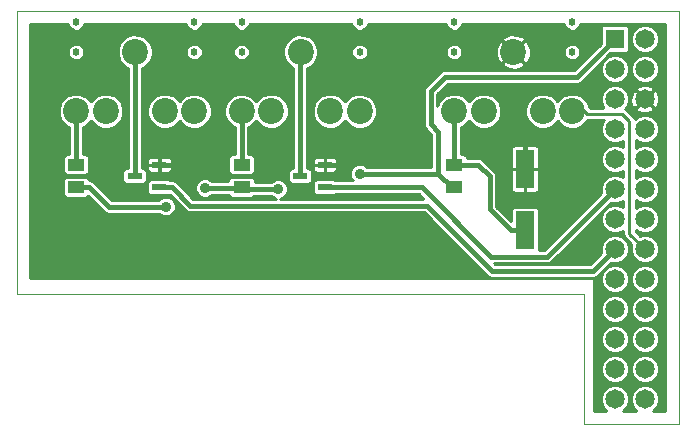
<source format=gtl>
%FSLAX34Y34*%
G04 Gerber Fmt 3.4, Leading zero omitted, Abs format*
G04 (created by PCBNEW (2014-05-22 BZR 4881)-product) date Fri 30 May 2014 08:08:43 PM EDT*
%MOIN*%
G01*
G70*
G90*
G04 APERTURE LIST*
%ADD10C,0.003937*%
%ADD11R,0.064961X0.064961*%
%ADD12C,0.064961*%
%ADD13R,0.064961X0.127953*%
%ADD14C,0.024606*%
%ADD15C,0.086614*%
%ADD16R,0.051181X0.023622*%
%ADD17R,0.057087X0.039370*%
%ADD18C,0.035000*%
%ADD19C,0.015748*%
%ADD20C,0.011024*%
%ADD21C,0.010000*%
G04 APERTURE END LIST*
G54D10*
X58267Y-48818D02*
X39370Y-48818D01*
X58267Y-53149D02*
X58267Y-48818D01*
X61417Y-53149D02*
X58267Y-53149D01*
X61417Y-39370D02*
X61417Y-53149D01*
X39370Y-39370D02*
X39370Y-48818D01*
X39370Y-39370D02*
X61417Y-39370D01*
G54D11*
X59291Y-40314D03*
G54D12*
X60291Y-40314D03*
X59291Y-41314D03*
X60291Y-41314D03*
X59291Y-42314D03*
X60291Y-42314D03*
X59291Y-43314D03*
X60291Y-43314D03*
X59291Y-44314D03*
X60291Y-44314D03*
X59291Y-45314D03*
X60291Y-45314D03*
X59291Y-46314D03*
X60291Y-46314D03*
X59291Y-47314D03*
X60291Y-47314D03*
X59291Y-48314D03*
X60291Y-48314D03*
X59291Y-49314D03*
X60291Y-49314D03*
X59291Y-50314D03*
X60291Y-50314D03*
X59291Y-51314D03*
X60291Y-51314D03*
X59291Y-52314D03*
X60291Y-52314D03*
G54D13*
X56299Y-46692D03*
X56299Y-44645D03*
G54D14*
X50787Y-39763D03*
X50787Y-40748D03*
X46850Y-39763D03*
X46850Y-40748D03*
G54D15*
X48818Y-40748D03*
X46850Y-42716D03*
X50787Y-42716D03*
X47834Y-42716D03*
X49803Y-42716D03*
G54D14*
X57874Y-39763D03*
X57874Y-40748D03*
X53937Y-39763D03*
X53937Y-40748D03*
G54D15*
X55905Y-40748D03*
X53937Y-42716D03*
X57874Y-42716D03*
X54921Y-42716D03*
X56889Y-42716D03*
G54D14*
X45275Y-39763D03*
X45275Y-40748D03*
X41338Y-39763D03*
X41338Y-40748D03*
G54D15*
X43307Y-40748D03*
X41338Y-42716D03*
X45275Y-42716D03*
X42322Y-42716D03*
X44291Y-42716D03*
G54D16*
X49625Y-45255D03*
X49625Y-44507D03*
X48799Y-44881D03*
X44114Y-45255D03*
X44114Y-44507D03*
X43287Y-44881D03*
G54D17*
X46850Y-45255D03*
X46850Y-44507D03*
X53937Y-45255D03*
X53937Y-44507D03*
X41338Y-45255D03*
X41338Y-44507D03*
G54D18*
X56299Y-43543D03*
X50275Y-44370D03*
X44803Y-44409D03*
X44330Y-45905D03*
X45629Y-45275D03*
X50787Y-44803D03*
X48070Y-45314D03*
G54D19*
X53937Y-44507D02*
X53937Y-42716D01*
X55118Y-44881D02*
X54744Y-44507D01*
X54744Y-44507D02*
X53937Y-44507D01*
X55118Y-45994D02*
X55118Y-44881D01*
X56299Y-46692D02*
X55816Y-46692D01*
X55816Y-46692D02*
X55118Y-45994D01*
X56299Y-44645D02*
X56299Y-43543D01*
X50137Y-44507D02*
X50275Y-44370D01*
X49625Y-44507D02*
X50137Y-44507D01*
X44704Y-44507D02*
X44803Y-44409D01*
X44114Y-44507D02*
X44704Y-44507D01*
X53405Y-44812D02*
X53405Y-43405D01*
X58031Y-41574D02*
X59291Y-40314D01*
X53622Y-41574D02*
X58031Y-41574D01*
X53149Y-42047D02*
X53622Y-41574D01*
X53149Y-43149D02*
X53149Y-42047D01*
X53405Y-43405D02*
X53149Y-43149D01*
X53937Y-45255D02*
X53848Y-45255D01*
X53848Y-45255D02*
X53405Y-44812D01*
X42431Y-45905D02*
X44330Y-45905D01*
X41781Y-45255D02*
X42431Y-45905D01*
X41338Y-45255D02*
X41781Y-45255D01*
X46830Y-45275D02*
X46850Y-45255D01*
X45629Y-45275D02*
X46830Y-45275D01*
X50797Y-44812D02*
X50787Y-44803D01*
X53405Y-44812D02*
X50797Y-44812D01*
X46909Y-45314D02*
X46850Y-45255D01*
X48070Y-45314D02*
X46909Y-45314D01*
X49625Y-45255D02*
X52854Y-45255D01*
X58966Y-45639D02*
X59291Y-45314D01*
X57037Y-47568D02*
X58966Y-45639D01*
X55167Y-47568D02*
X57037Y-47568D01*
X52854Y-45255D02*
X55167Y-47568D01*
X44527Y-45255D02*
X45137Y-45866D01*
X44114Y-45255D02*
X44527Y-45255D01*
X58966Y-47639D02*
X59291Y-47314D01*
X58560Y-48045D02*
X58966Y-47639D01*
X55198Y-48045D02*
X58560Y-48045D01*
X53019Y-45866D02*
X55198Y-48045D01*
X45137Y-45866D02*
X53019Y-45866D01*
G54D20*
X59781Y-46805D02*
X59781Y-43060D01*
X59781Y-43060D02*
X59526Y-42805D01*
X58279Y-42716D02*
X57874Y-42716D01*
X59526Y-42805D02*
X58368Y-42805D01*
X58368Y-42805D02*
X58279Y-42716D01*
X60291Y-47314D02*
X59781Y-46805D01*
G54D19*
X41338Y-44153D02*
X41338Y-42716D01*
X41338Y-44507D02*
X41338Y-44153D01*
X46850Y-44507D02*
X46850Y-42716D01*
X43287Y-40767D02*
X43307Y-40748D01*
X43287Y-44881D02*
X43287Y-40767D01*
X48799Y-40767D02*
X48818Y-40748D01*
X48799Y-44881D02*
X48799Y-40767D01*
G54D21*
G36*
X60973Y-52705D02*
X60768Y-52705D01*
X60768Y-42234D01*
X60766Y-42227D01*
X60766Y-41220D01*
X60766Y-40220D01*
X60694Y-40046D01*
X60560Y-39912D01*
X60386Y-39840D01*
X60197Y-39840D01*
X60022Y-39912D01*
X59889Y-40045D01*
X59816Y-40220D01*
X59816Y-40408D01*
X59888Y-40583D01*
X60022Y-40717D01*
X60196Y-40789D01*
X60385Y-40789D01*
X60559Y-40717D01*
X60693Y-40584D01*
X60766Y-40409D01*
X60766Y-40220D01*
X60766Y-41220D01*
X60694Y-41046D01*
X60560Y-40912D01*
X60386Y-40840D01*
X60197Y-40840D01*
X60022Y-40912D01*
X59889Y-41045D01*
X59816Y-41220D01*
X59816Y-41408D01*
X59888Y-41583D01*
X60022Y-41717D01*
X60196Y-41789D01*
X60385Y-41789D01*
X60559Y-41717D01*
X60693Y-41584D01*
X60766Y-41409D01*
X60766Y-41220D01*
X60766Y-42227D01*
X60701Y-42057D01*
X60685Y-42034D01*
X60610Y-42002D01*
X60603Y-42009D01*
X60603Y-41995D01*
X60571Y-41920D01*
X60399Y-41843D01*
X60210Y-41837D01*
X60034Y-41904D01*
X60010Y-41920D01*
X59979Y-41995D01*
X60291Y-42307D01*
X60603Y-41995D01*
X60603Y-42009D01*
X60298Y-42314D01*
X60610Y-42627D01*
X60685Y-42595D01*
X60763Y-42423D01*
X60768Y-42234D01*
X60768Y-52705D01*
X60571Y-52705D01*
X60693Y-52584D01*
X60766Y-52409D01*
X60766Y-52220D01*
X60766Y-51220D01*
X60766Y-50220D01*
X60766Y-49220D01*
X60766Y-48220D01*
X60766Y-47220D01*
X60694Y-47046D01*
X60560Y-46912D01*
X60386Y-46840D01*
X60197Y-46840D01*
X60133Y-46866D01*
X59986Y-46720D01*
X59986Y-46681D01*
X60022Y-46717D01*
X60196Y-46789D01*
X60385Y-46789D01*
X60559Y-46717D01*
X60693Y-46584D01*
X60766Y-46409D01*
X60766Y-46220D01*
X60694Y-46046D01*
X60560Y-45912D01*
X60386Y-45840D01*
X60197Y-45840D01*
X60022Y-45912D01*
X59986Y-45948D01*
X59986Y-45681D01*
X60022Y-45717D01*
X60196Y-45789D01*
X60385Y-45789D01*
X60559Y-45717D01*
X60693Y-45584D01*
X60766Y-45409D01*
X60766Y-45220D01*
X60694Y-45046D01*
X60560Y-44912D01*
X60386Y-44840D01*
X60197Y-44840D01*
X60022Y-44912D01*
X59986Y-44948D01*
X59986Y-44681D01*
X60022Y-44717D01*
X60196Y-44789D01*
X60385Y-44789D01*
X60559Y-44717D01*
X60693Y-44584D01*
X60766Y-44409D01*
X60766Y-44220D01*
X60694Y-44046D01*
X60560Y-43912D01*
X60386Y-43840D01*
X60197Y-43840D01*
X60022Y-43912D01*
X59986Y-43948D01*
X59986Y-43681D01*
X60022Y-43717D01*
X60196Y-43789D01*
X60385Y-43789D01*
X60559Y-43717D01*
X60693Y-43584D01*
X60766Y-43409D01*
X60766Y-43220D01*
X60694Y-43046D01*
X60603Y-42955D01*
X60603Y-42634D01*
X60291Y-42322D01*
X60284Y-42329D01*
X60284Y-42314D01*
X59972Y-42002D01*
X59896Y-42034D01*
X59819Y-42206D01*
X59814Y-42395D01*
X59881Y-42572D01*
X59896Y-42595D01*
X59972Y-42627D01*
X60284Y-42314D01*
X60284Y-42329D01*
X59979Y-42634D01*
X60010Y-42709D01*
X60183Y-42786D01*
X60372Y-42792D01*
X60548Y-42725D01*
X60571Y-42709D01*
X60603Y-42634D01*
X60603Y-42955D01*
X60560Y-42912D01*
X60386Y-42840D01*
X60197Y-42840D01*
X60022Y-42912D01*
X59963Y-42970D01*
X59926Y-42914D01*
X59671Y-42660D01*
X59639Y-42638D01*
X59693Y-42584D01*
X59766Y-42409D01*
X59766Y-42220D01*
X59766Y-41220D01*
X59694Y-41046D01*
X59560Y-40912D01*
X59386Y-40840D01*
X59197Y-40840D01*
X59022Y-40912D01*
X58889Y-41045D01*
X58816Y-41220D01*
X58816Y-41408D01*
X58888Y-41583D01*
X59022Y-41717D01*
X59196Y-41789D01*
X59385Y-41789D01*
X59559Y-41717D01*
X59693Y-41584D01*
X59766Y-41409D01*
X59766Y-41220D01*
X59766Y-42220D01*
X59694Y-42046D01*
X59560Y-41912D01*
X59386Y-41840D01*
X59197Y-41840D01*
X59022Y-41912D01*
X58889Y-42045D01*
X58816Y-42220D01*
X58816Y-42408D01*
X58888Y-42583D01*
X58904Y-42600D01*
X58456Y-42600D01*
X58368Y-42386D01*
X58204Y-42222D01*
X57990Y-42133D01*
X57758Y-42133D01*
X57544Y-42221D01*
X57381Y-42384D01*
X57220Y-42222D01*
X57006Y-42133D01*
X56774Y-42133D01*
X56559Y-42221D01*
X56395Y-42385D01*
X56306Y-42600D01*
X56306Y-42832D01*
X56395Y-43046D01*
X56559Y-43210D01*
X56773Y-43299D01*
X57005Y-43299D01*
X57219Y-43211D01*
X57382Y-43048D01*
X57543Y-43210D01*
X57757Y-43299D01*
X57989Y-43299D01*
X58203Y-43211D01*
X58368Y-43047D01*
X58383Y-43010D01*
X58924Y-43010D01*
X58889Y-43045D01*
X58816Y-43220D01*
X58816Y-43408D01*
X58888Y-43583D01*
X59022Y-43717D01*
X59196Y-43789D01*
X59385Y-43789D01*
X59559Y-43717D01*
X59576Y-43701D01*
X59576Y-43928D01*
X59560Y-43912D01*
X59386Y-43840D01*
X59197Y-43840D01*
X59022Y-43912D01*
X58889Y-44045D01*
X58816Y-44220D01*
X58816Y-44408D01*
X58888Y-44583D01*
X59022Y-44717D01*
X59196Y-44789D01*
X59385Y-44789D01*
X59559Y-44717D01*
X59576Y-44701D01*
X59576Y-44928D01*
X59560Y-44912D01*
X59386Y-44840D01*
X59197Y-44840D01*
X59022Y-44912D01*
X58889Y-45045D01*
X58816Y-45220D01*
X58816Y-45408D01*
X58833Y-45449D01*
X58804Y-45478D01*
X56942Y-47340D01*
X56774Y-47340D01*
X56774Y-47302D01*
X56774Y-46023D01*
X56774Y-45315D01*
X56774Y-44688D01*
X56774Y-44603D01*
X56774Y-43976D01*
X56751Y-43920D01*
X56708Y-43878D01*
X56653Y-43855D01*
X56594Y-43855D01*
X56341Y-43855D01*
X56304Y-43893D01*
X56304Y-44640D01*
X56736Y-44640D01*
X56774Y-44603D01*
X56774Y-44688D01*
X56736Y-44650D01*
X56304Y-44650D01*
X56304Y-45397D01*
X56341Y-45435D01*
X56594Y-45435D01*
X56653Y-45435D01*
X56708Y-45412D01*
X56751Y-45370D01*
X56774Y-45315D01*
X56774Y-46023D01*
X56751Y-45968D01*
X56708Y-45925D01*
X56653Y-45903D01*
X56594Y-45903D01*
X56294Y-45903D01*
X56294Y-45397D01*
X56294Y-44650D01*
X56294Y-44640D01*
X56294Y-43893D01*
X56256Y-43855D01*
X56004Y-43855D01*
X55944Y-43855D01*
X55889Y-43878D01*
X55847Y-43920D01*
X55824Y-43976D01*
X55824Y-44603D01*
X55861Y-44640D01*
X56294Y-44640D01*
X56294Y-44650D01*
X55861Y-44650D01*
X55824Y-44688D01*
X55824Y-45315D01*
X55847Y-45370D01*
X55889Y-45412D01*
X55944Y-45435D01*
X56004Y-45435D01*
X56256Y-45435D01*
X56294Y-45397D01*
X56294Y-45903D01*
X55944Y-45903D01*
X55889Y-45925D01*
X55847Y-45968D01*
X55824Y-46023D01*
X55824Y-46082D01*
X55824Y-46376D01*
X55346Y-45899D01*
X55346Y-44881D01*
X55329Y-44794D01*
X55279Y-44720D01*
X54905Y-44346D01*
X54831Y-44296D01*
X54744Y-44279D01*
X54371Y-44279D01*
X54349Y-44226D01*
X54307Y-44183D01*
X54252Y-44161D01*
X54192Y-44161D01*
X54165Y-44161D01*
X54165Y-43252D01*
X54266Y-43211D01*
X54429Y-43048D01*
X54590Y-43210D01*
X54804Y-43299D01*
X55036Y-43299D01*
X55251Y-43211D01*
X55415Y-43047D01*
X55504Y-42833D01*
X55504Y-42601D01*
X55415Y-42386D01*
X55251Y-42222D01*
X55037Y-42133D01*
X54805Y-42133D01*
X54591Y-42221D01*
X54428Y-42384D01*
X54267Y-42222D01*
X54053Y-42133D01*
X53821Y-42133D01*
X53607Y-42221D01*
X53442Y-42385D01*
X53378Y-42541D01*
X53378Y-42141D01*
X53716Y-41803D01*
X58031Y-41803D01*
X58119Y-41786D01*
X58193Y-41736D01*
X59140Y-40789D01*
X59645Y-40789D01*
X59701Y-40766D01*
X59743Y-40724D01*
X59766Y-40669D01*
X59766Y-40609D01*
X59766Y-39960D01*
X59743Y-39905D01*
X59701Y-39862D01*
X59645Y-39840D01*
X59586Y-39840D01*
X58936Y-39840D01*
X58881Y-39862D01*
X58839Y-39905D01*
X58816Y-39960D01*
X58816Y-40019D01*
X58816Y-40466D01*
X58147Y-41135D01*
X58147Y-40693D01*
X58105Y-40593D01*
X58028Y-40516D01*
X57928Y-40475D01*
X57819Y-40474D01*
X57719Y-40516D01*
X57642Y-40593D01*
X57601Y-40693D01*
X57600Y-40802D01*
X57642Y-40902D01*
X57719Y-40979D01*
X57819Y-41021D01*
X57928Y-41021D01*
X58028Y-40979D01*
X58105Y-40902D01*
X58146Y-40802D01*
X58147Y-40693D01*
X58147Y-41135D01*
X57936Y-41346D01*
X56491Y-41346D01*
X56491Y-40650D01*
X56409Y-40433D01*
X56389Y-40402D01*
X56302Y-40357D01*
X56295Y-40364D01*
X56295Y-40350D01*
X56250Y-40264D01*
X56039Y-40168D01*
X55807Y-40161D01*
X55590Y-40243D01*
X55560Y-40264D01*
X55515Y-40350D01*
X55905Y-40740D01*
X56295Y-40350D01*
X56295Y-40364D01*
X55912Y-40748D01*
X56302Y-41138D01*
X56389Y-41093D01*
X56484Y-40881D01*
X56491Y-40650D01*
X56491Y-41346D01*
X56295Y-41346D01*
X56295Y-41145D01*
X55905Y-40755D01*
X55898Y-40762D01*
X55898Y-40748D01*
X55508Y-40357D01*
X55421Y-40402D01*
X55326Y-40614D01*
X55319Y-40845D01*
X55401Y-41062D01*
X55421Y-41093D01*
X55508Y-41138D01*
X55898Y-40748D01*
X55898Y-40762D01*
X55515Y-41145D01*
X55560Y-41231D01*
X55771Y-41327D01*
X56003Y-41334D01*
X56220Y-41252D01*
X56250Y-41231D01*
X56295Y-41145D01*
X56295Y-41346D01*
X54210Y-41346D01*
X54210Y-40693D01*
X54168Y-40593D01*
X54091Y-40516D01*
X53991Y-40475D01*
X53882Y-40474D01*
X53782Y-40516D01*
X53705Y-40593D01*
X53664Y-40693D01*
X53663Y-40802D01*
X53705Y-40902D01*
X53782Y-40979D01*
X53882Y-41021D01*
X53991Y-41021D01*
X54091Y-40979D01*
X54168Y-40902D01*
X54209Y-40802D01*
X54210Y-40693D01*
X54210Y-41346D01*
X53622Y-41346D01*
X53534Y-41363D01*
X53460Y-41413D01*
X52987Y-41885D01*
X52938Y-41959D01*
X52920Y-42047D01*
X52920Y-43149D01*
X52938Y-43237D01*
X52987Y-43311D01*
X53176Y-43500D01*
X53176Y-44584D01*
X51370Y-44584D01*
X51370Y-42601D01*
X51281Y-42386D01*
X51118Y-42222D01*
X51060Y-42198D01*
X51060Y-40693D01*
X51019Y-40593D01*
X50942Y-40516D01*
X50841Y-40475D01*
X50733Y-40474D01*
X50632Y-40516D01*
X50556Y-40593D01*
X50514Y-40693D01*
X50514Y-40802D01*
X50555Y-40902D01*
X50632Y-40979D01*
X50732Y-41021D01*
X50841Y-41021D01*
X50941Y-40979D01*
X51018Y-40902D01*
X51060Y-40802D01*
X51060Y-40693D01*
X51060Y-42198D01*
X50903Y-42133D01*
X50671Y-42133D01*
X50457Y-42221D01*
X50295Y-42384D01*
X50133Y-42222D01*
X49919Y-42133D01*
X49687Y-42133D01*
X49473Y-42221D01*
X49402Y-42293D01*
X49402Y-40632D01*
X49313Y-40418D01*
X49149Y-40254D01*
X48935Y-40165D01*
X48703Y-40164D01*
X48489Y-40253D01*
X48324Y-40417D01*
X48235Y-40631D01*
X48235Y-40863D01*
X48324Y-41077D01*
X48488Y-41242D01*
X48570Y-41276D01*
X48570Y-44613D01*
X48513Y-44613D01*
X48458Y-44636D01*
X48417Y-44677D01*
X48417Y-42601D01*
X48329Y-42386D01*
X48165Y-42222D01*
X47951Y-42133D01*
X47719Y-42133D01*
X47504Y-42221D01*
X47342Y-42384D01*
X47181Y-42222D01*
X47123Y-42198D01*
X47123Y-40693D01*
X47081Y-40593D01*
X47005Y-40516D01*
X46904Y-40475D01*
X46796Y-40474D01*
X46695Y-40516D01*
X46619Y-40593D01*
X46577Y-40693D01*
X46577Y-40802D01*
X46618Y-40902D01*
X46695Y-40979D01*
X46795Y-41021D01*
X46904Y-41021D01*
X47004Y-40979D01*
X47081Y-40902D01*
X47123Y-40802D01*
X47123Y-40693D01*
X47123Y-42198D01*
X46966Y-42133D01*
X46734Y-42133D01*
X46520Y-42221D01*
X46356Y-42385D01*
X46267Y-42600D01*
X46267Y-42832D01*
X46355Y-43046D01*
X46519Y-43210D01*
X46621Y-43252D01*
X46621Y-44161D01*
X46535Y-44161D01*
X46479Y-44183D01*
X46437Y-44226D01*
X46414Y-44281D01*
X46414Y-44340D01*
X46414Y-44734D01*
X46437Y-44789D01*
X46479Y-44831D01*
X46535Y-44854D01*
X46594Y-44854D01*
X47165Y-44854D01*
X47220Y-44831D01*
X47262Y-44789D01*
X47285Y-44734D01*
X47285Y-44674D01*
X47285Y-44281D01*
X47262Y-44226D01*
X47220Y-44183D01*
X47165Y-44161D01*
X47105Y-44161D01*
X47079Y-44161D01*
X47079Y-43252D01*
X47180Y-43211D01*
X47342Y-43048D01*
X47503Y-43210D01*
X47718Y-43299D01*
X47950Y-43299D01*
X48164Y-43211D01*
X48328Y-43047D01*
X48417Y-42833D01*
X48417Y-42601D01*
X48417Y-44677D01*
X48416Y-44678D01*
X48393Y-44733D01*
X48393Y-44793D01*
X48393Y-45029D01*
X48416Y-45084D01*
X48458Y-45127D01*
X48513Y-45150D01*
X48573Y-45150D01*
X49084Y-45150D01*
X49140Y-45127D01*
X49182Y-45084D01*
X49205Y-45029D01*
X49205Y-44970D01*
X49205Y-44733D01*
X49182Y-44678D01*
X49140Y-44636D01*
X49084Y-44613D01*
X49027Y-44613D01*
X49027Y-41292D01*
X49148Y-41242D01*
X49312Y-41078D01*
X49401Y-40864D01*
X49402Y-40632D01*
X49402Y-42293D01*
X49309Y-42385D01*
X49220Y-42600D01*
X49219Y-42832D01*
X49308Y-43046D01*
X49472Y-43210D01*
X49686Y-43299D01*
X49918Y-43299D01*
X50133Y-43211D01*
X50295Y-43048D01*
X50456Y-43210D01*
X50670Y-43299D01*
X50902Y-43299D01*
X51117Y-43211D01*
X51281Y-43047D01*
X51370Y-42833D01*
X51370Y-42601D01*
X51370Y-44584D01*
X51028Y-44584D01*
X50971Y-44527D01*
X50852Y-44478D01*
X50723Y-44478D01*
X50603Y-44527D01*
X50512Y-44618D01*
X50462Y-44738D01*
X50462Y-44867D01*
X50511Y-44987D01*
X50551Y-45027D01*
X50031Y-45027D01*
X50031Y-44655D01*
X50031Y-44596D01*
X50031Y-44550D01*
X50031Y-44465D01*
X50031Y-44419D01*
X50031Y-44359D01*
X50009Y-44304D01*
X49966Y-44262D01*
X49911Y-44239D01*
X49668Y-44239D01*
X49630Y-44277D01*
X49630Y-44502D01*
X49994Y-44502D01*
X50031Y-44465D01*
X50031Y-44550D01*
X49994Y-44512D01*
X49630Y-44512D01*
X49630Y-44738D01*
X49668Y-44775D01*
X49911Y-44775D01*
X49966Y-44753D01*
X50009Y-44710D01*
X50031Y-44655D01*
X50031Y-45027D01*
X49983Y-45027D01*
X49966Y-45010D01*
X49911Y-44987D01*
X49852Y-44987D01*
X49620Y-44987D01*
X49620Y-44738D01*
X49620Y-44512D01*
X49620Y-44502D01*
X49620Y-44277D01*
X49583Y-44239D01*
X49340Y-44239D01*
X49285Y-44262D01*
X49242Y-44304D01*
X49220Y-44359D01*
X49220Y-44419D01*
X49220Y-44465D01*
X49257Y-44502D01*
X49620Y-44502D01*
X49620Y-44512D01*
X49257Y-44512D01*
X49220Y-44550D01*
X49220Y-44596D01*
X49220Y-44655D01*
X49242Y-44710D01*
X49285Y-44753D01*
X49340Y-44775D01*
X49583Y-44775D01*
X49620Y-44738D01*
X49620Y-44987D01*
X49340Y-44987D01*
X49285Y-45010D01*
X49242Y-45052D01*
X49220Y-45107D01*
X49220Y-45167D01*
X49220Y-45403D01*
X49242Y-45458D01*
X49285Y-45501D01*
X49340Y-45524D01*
X49399Y-45524D01*
X49911Y-45524D01*
X49966Y-45501D01*
X49983Y-45484D01*
X52759Y-45484D01*
X52912Y-45637D01*
X48141Y-45637D01*
X48254Y-45590D01*
X48346Y-45499D01*
X48395Y-45379D01*
X48395Y-45250D01*
X48346Y-45131D01*
X48255Y-45039D01*
X48135Y-44990D01*
X48006Y-44989D01*
X47887Y-45039D01*
X47839Y-45086D01*
X47285Y-45086D01*
X47285Y-45029D01*
X47262Y-44974D01*
X47220Y-44931D01*
X47165Y-44909D01*
X47105Y-44909D01*
X46535Y-44909D01*
X46479Y-44931D01*
X46437Y-44974D01*
X46414Y-45029D01*
X46414Y-45046D01*
X45860Y-45046D01*
X45858Y-45044D01*
X45858Y-42601D01*
X45770Y-42386D01*
X45606Y-42222D01*
X45548Y-42198D01*
X45548Y-40693D01*
X45507Y-40593D01*
X45430Y-40516D01*
X45330Y-40475D01*
X45221Y-40474D01*
X45121Y-40516D01*
X45044Y-40593D01*
X45002Y-40693D01*
X45002Y-40802D01*
X45043Y-40902D01*
X45120Y-40979D01*
X45221Y-41021D01*
X45329Y-41021D01*
X45430Y-40979D01*
X45506Y-40902D01*
X45548Y-40802D01*
X45548Y-40693D01*
X45548Y-42198D01*
X45392Y-42133D01*
X45160Y-42133D01*
X44945Y-42221D01*
X44783Y-42384D01*
X44622Y-42222D01*
X44407Y-42133D01*
X44175Y-42133D01*
X43961Y-42221D01*
X43890Y-42293D01*
X43890Y-40632D01*
X43801Y-40418D01*
X43637Y-40254D01*
X43423Y-40165D01*
X43191Y-40164D01*
X42977Y-40253D01*
X42813Y-40417D01*
X42724Y-40631D01*
X42723Y-40863D01*
X42812Y-41077D01*
X42976Y-41242D01*
X43058Y-41276D01*
X43058Y-44613D01*
X43001Y-44613D01*
X42946Y-44636D01*
X42906Y-44677D01*
X42906Y-42601D01*
X42817Y-42386D01*
X42653Y-42222D01*
X42439Y-42133D01*
X42207Y-42133D01*
X41992Y-42221D01*
X41830Y-42384D01*
X41669Y-42222D01*
X41611Y-42198D01*
X41611Y-40693D01*
X41570Y-40593D01*
X41493Y-40516D01*
X41393Y-40475D01*
X41284Y-40474D01*
X41184Y-40516D01*
X41107Y-40593D01*
X41065Y-40693D01*
X41065Y-40802D01*
X41106Y-40902D01*
X41183Y-40979D01*
X41284Y-41021D01*
X41392Y-41021D01*
X41493Y-40979D01*
X41569Y-40902D01*
X41611Y-40802D01*
X41611Y-40693D01*
X41611Y-42198D01*
X41455Y-42133D01*
X41223Y-42133D01*
X41008Y-42221D01*
X40844Y-42385D01*
X40755Y-42600D01*
X40755Y-42832D01*
X40843Y-43046D01*
X41007Y-43210D01*
X41109Y-43252D01*
X41109Y-44153D01*
X41109Y-44161D01*
X41023Y-44161D01*
X40968Y-44183D01*
X40925Y-44226D01*
X40903Y-44281D01*
X40903Y-44340D01*
X40903Y-44734D01*
X40925Y-44789D01*
X40968Y-44831D01*
X41023Y-44854D01*
X41082Y-44854D01*
X41653Y-44854D01*
X41708Y-44831D01*
X41751Y-44789D01*
X41774Y-44734D01*
X41774Y-44674D01*
X41774Y-44281D01*
X41751Y-44226D01*
X41708Y-44183D01*
X41653Y-44161D01*
X41594Y-44161D01*
X41567Y-44161D01*
X41567Y-44153D01*
X41567Y-43252D01*
X41668Y-43211D01*
X41830Y-43048D01*
X41992Y-43210D01*
X42206Y-43299D01*
X42438Y-43299D01*
X42652Y-43211D01*
X42816Y-43047D01*
X42905Y-42833D01*
X42906Y-42601D01*
X42906Y-44677D01*
X42904Y-44678D01*
X42881Y-44733D01*
X42881Y-44793D01*
X42881Y-45029D01*
X42904Y-45084D01*
X42946Y-45127D01*
X43001Y-45150D01*
X43061Y-45150D01*
X43573Y-45150D01*
X43628Y-45127D01*
X43670Y-45084D01*
X43693Y-45029D01*
X43693Y-44970D01*
X43693Y-44733D01*
X43670Y-44678D01*
X43628Y-44636D01*
X43573Y-44613D01*
X43516Y-44613D01*
X43516Y-41292D01*
X43636Y-41242D01*
X43801Y-41078D01*
X43890Y-40864D01*
X43890Y-40632D01*
X43890Y-42293D01*
X43797Y-42385D01*
X43708Y-42600D01*
X43708Y-42832D01*
X43796Y-43046D01*
X43960Y-43210D01*
X44174Y-43299D01*
X44406Y-43299D01*
X44621Y-43211D01*
X44783Y-43048D01*
X44944Y-43210D01*
X45159Y-43299D01*
X45391Y-43299D01*
X45605Y-43211D01*
X45769Y-43047D01*
X45858Y-42833D01*
X45858Y-42601D01*
X45858Y-45044D01*
X45814Y-45000D01*
X45694Y-44950D01*
X45565Y-44950D01*
X45446Y-44999D01*
X45354Y-45091D01*
X45304Y-45210D01*
X45304Y-45339D01*
X45354Y-45459D01*
X45445Y-45550D01*
X45564Y-45600D01*
X45694Y-45600D01*
X45813Y-45551D01*
X45860Y-45504D01*
X46423Y-45504D01*
X46437Y-45537D01*
X46479Y-45579D01*
X46535Y-45602D01*
X46594Y-45602D01*
X47165Y-45602D01*
X47220Y-45579D01*
X47257Y-45543D01*
X47839Y-45543D01*
X47886Y-45590D01*
X47999Y-45637D01*
X45232Y-45637D01*
X44689Y-45094D01*
X44615Y-45044D01*
X44527Y-45027D01*
X44520Y-45027D01*
X44520Y-44655D01*
X44520Y-44596D01*
X44520Y-44550D01*
X44520Y-44465D01*
X44520Y-44419D01*
X44520Y-44359D01*
X44497Y-44304D01*
X44455Y-44262D01*
X44399Y-44239D01*
X44156Y-44239D01*
X44119Y-44277D01*
X44119Y-44502D01*
X44482Y-44502D01*
X44520Y-44465D01*
X44520Y-44550D01*
X44482Y-44512D01*
X44119Y-44512D01*
X44119Y-44738D01*
X44156Y-44775D01*
X44399Y-44775D01*
X44455Y-44753D01*
X44497Y-44710D01*
X44520Y-44655D01*
X44520Y-45027D01*
X44471Y-45027D01*
X44455Y-45010D01*
X44399Y-44987D01*
X44340Y-44987D01*
X44109Y-44987D01*
X44109Y-44738D01*
X44109Y-44512D01*
X44109Y-44502D01*
X44109Y-44277D01*
X44071Y-44239D01*
X43828Y-44239D01*
X43773Y-44262D01*
X43731Y-44304D01*
X43708Y-44359D01*
X43708Y-44419D01*
X43708Y-44465D01*
X43745Y-44502D01*
X44109Y-44502D01*
X44109Y-44512D01*
X43745Y-44512D01*
X43708Y-44550D01*
X43708Y-44596D01*
X43708Y-44655D01*
X43731Y-44710D01*
X43773Y-44753D01*
X43828Y-44775D01*
X44071Y-44775D01*
X44109Y-44738D01*
X44109Y-44987D01*
X43828Y-44987D01*
X43773Y-45010D01*
X43731Y-45052D01*
X43708Y-45107D01*
X43708Y-45167D01*
X43708Y-45403D01*
X43731Y-45458D01*
X43773Y-45501D01*
X43828Y-45524D01*
X43888Y-45524D01*
X44399Y-45524D01*
X44451Y-45502D01*
X44976Y-46027D01*
X45050Y-46077D01*
X45137Y-46094D01*
X52924Y-46094D01*
X55036Y-48207D01*
X55111Y-48256D01*
X55198Y-48274D01*
X58560Y-48274D01*
X58648Y-48256D01*
X58722Y-48207D01*
X59128Y-47801D01*
X59156Y-47773D01*
X59196Y-47789D01*
X59385Y-47789D01*
X59559Y-47717D01*
X59693Y-47584D01*
X59766Y-47409D01*
X59766Y-47220D01*
X59694Y-47046D01*
X59560Y-46912D01*
X59386Y-46840D01*
X59197Y-46840D01*
X59022Y-46912D01*
X58889Y-47045D01*
X58816Y-47220D01*
X58816Y-47408D01*
X58833Y-47449D01*
X58804Y-47478D01*
X58465Y-47816D01*
X55293Y-47816D01*
X55274Y-47797D01*
X57037Y-47797D01*
X57124Y-47780D01*
X57199Y-47730D01*
X59128Y-45801D01*
X59156Y-45773D01*
X59196Y-45789D01*
X59385Y-45789D01*
X59559Y-45717D01*
X59576Y-45701D01*
X59576Y-45928D01*
X59560Y-45912D01*
X59386Y-45840D01*
X59197Y-45840D01*
X59022Y-45912D01*
X58889Y-46045D01*
X58816Y-46220D01*
X58816Y-46408D01*
X58888Y-46583D01*
X59022Y-46717D01*
X59196Y-46789D01*
X59385Y-46789D01*
X59559Y-46717D01*
X59576Y-46701D01*
X59576Y-46805D01*
X59576Y-46805D01*
X59591Y-46883D01*
X59636Y-46950D01*
X59842Y-47156D01*
X59816Y-47220D01*
X59816Y-47408D01*
X59888Y-47583D01*
X60022Y-47717D01*
X60196Y-47789D01*
X60385Y-47789D01*
X60559Y-47717D01*
X60693Y-47584D01*
X60766Y-47409D01*
X60766Y-47220D01*
X60766Y-48220D01*
X60694Y-48046D01*
X60560Y-47912D01*
X60386Y-47840D01*
X60197Y-47840D01*
X60022Y-47912D01*
X59889Y-48045D01*
X59816Y-48220D01*
X59816Y-48408D01*
X59888Y-48583D01*
X60022Y-48717D01*
X60196Y-48789D01*
X60385Y-48789D01*
X60559Y-48717D01*
X60693Y-48584D01*
X60766Y-48409D01*
X60766Y-48220D01*
X60766Y-49220D01*
X60694Y-49046D01*
X60560Y-48912D01*
X60386Y-48840D01*
X60197Y-48840D01*
X60022Y-48912D01*
X59889Y-49045D01*
X59816Y-49220D01*
X59816Y-49408D01*
X59888Y-49583D01*
X60022Y-49717D01*
X60196Y-49789D01*
X60385Y-49789D01*
X60559Y-49717D01*
X60693Y-49584D01*
X60766Y-49409D01*
X60766Y-49220D01*
X60766Y-50220D01*
X60694Y-50046D01*
X60560Y-49912D01*
X60386Y-49840D01*
X60197Y-49840D01*
X60022Y-49912D01*
X59889Y-50045D01*
X59816Y-50220D01*
X59816Y-50408D01*
X59888Y-50583D01*
X60022Y-50717D01*
X60196Y-50789D01*
X60385Y-50789D01*
X60559Y-50717D01*
X60693Y-50584D01*
X60766Y-50409D01*
X60766Y-50220D01*
X60766Y-51220D01*
X60694Y-51046D01*
X60560Y-50912D01*
X60386Y-50840D01*
X60197Y-50840D01*
X60022Y-50912D01*
X59889Y-51045D01*
X59816Y-51220D01*
X59816Y-51408D01*
X59888Y-51583D01*
X60022Y-51717D01*
X60196Y-51789D01*
X60385Y-51789D01*
X60559Y-51717D01*
X60693Y-51584D01*
X60766Y-51409D01*
X60766Y-51220D01*
X60766Y-52220D01*
X60694Y-52046D01*
X60560Y-51912D01*
X60386Y-51840D01*
X60197Y-51840D01*
X60022Y-51912D01*
X59889Y-52045D01*
X59816Y-52220D01*
X59816Y-52408D01*
X59888Y-52583D01*
X60010Y-52705D01*
X59571Y-52705D01*
X59693Y-52584D01*
X59766Y-52409D01*
X59766Y-52220D01*
X59766Y-51220D01*
X59766Y-50220D01*
X59766Y-49220D01*
X59766Y-48220D01*
X59694Y-48046D01*
X59560Y-47912D01*
X59386Y-47840D01*
X59197Y-47840D01*
X59022Y-47912D01*
X58889Y-48045D01*
X58816Y-48220D01*
X58816Y-48408D01*
X58888Y-48583D01*
X59022Y-48717D01*
X59196Y-48789D01*
X59385Y-48789D01*
X59559Y-48717D01*
X59693Y-48584D01*
X59766Y-48409D01*
X59766Y-48220D01*
X59766Y-49220D01*
X59694Y-49046D01*
X59560Y-48912D01*
X59386Y-48840D01*
X59197Y-48840D01*
X59022Y-48912D01*
X58889Y-49045D01*
X58816Y-49220D01*
X58816Y-49408D01*
X58888Y-49583D01*
X59022Y-49717D01*
X59196Y-49789D01*
X59385Y-49789D01*
X59559Y-49717D01*
X59693Y-49584D01*
X59766Y-49409D01*
X59766Y-49220D01*
X59766Y-50220D01*
X59694Y-50046D01*
X59560Y-49912D01*
X59386Y-49840D01*
X59197Y-49840D01*
X59022Y-49912D01*
X58889Y-50045D01*
X58816Y-50220D01*
X58816Y-50408D01*
X58888Y-50583D01*
X59022Y-50717D01*
X59196Y-50789D01*
X59385Y-50789D01*
X59559Y-50717D01*
X59693Y-50584D01*
X59766Y-50409D01*
X59766Y-50220D01*
X59766Y-51220D01*
X59694Y-51046D01*
X59560Y-50912D01*
X59386Y-50840D01*
X59197Y-50840D01*
X59022Y-50912D01*
X58889Y-51045D01*
X58816Y-51220D01*
X58816Y-51408D01*
X58888Y-51583D01*
X59022Y-51717D01*
X59196Y-51789D01*
X59385Y-51789D01*
X59559Y-51717D01*
X59693Y-51584D01*
X59766Y-51409D01*
X59766Y-51220D01*
X59766Y-52220D01*
X59694Y-52046D01*
X59560Y-51912D01*
X59386Y-51840D01*
X59197Y-51840D01*
X59022Y-51912D01*
X58889Y-52045D01*
X58816Y-52220D01*
X58816Y-52408D01*
X58888Y-52583D01*
X59010Y-52705D01*
X58593Y-52705D01*
X58593Y-48296D01*
X44655Y-48296D01*
X44655Y-45841D01*
X44606Y-45721D01*
X44515Y-45630D01*
X44395Y-45580D01*
X44266Y-45580D01*
X44146Y-45629D01*
X44099Y-45676D01*
X42525Y-45676D01*
X41943Y-45094D01*
X41869Y-45044D01*
X41781Y-45027D01*
X41773Y-45027D01*
X41751Y-44974D01*
X41708Y-44931D01*
X41653Y-44909D01*
X41594Y-44909D01*
X41023Y-44909D01*
X40968Y-44931D01*
X40925Y-44974D01*
X40903Y-45029D01*
X40903Y-45088D01*
X40903Y-45482D01*
X40925Y-45537D01*
X40968Y-45579D01*
X41023Y-45602D01*
X41082Y-45602D01*
X41653Y-45602D01*
X41708Y-45579D01*
X41745Y-45543D01*
X42269Y-46067D01*
X42343Y-46116D01*
X42431Y-46134D01*
X44099Y-46134D01*
X44146Y-46180D01*
X44265Y-46230D01*
X44395Y-46230D01*
X44514Y-46181D01*
X44606Y-46089D01*
X44655Y-45970D01*
X44655Y-45841D01*
X44655Y-48296D01*
X39813Y-48296D01*
X39813Y-39813D01*
X41065Y-39813D01*
X41065Y-39817D01*
X41106Y-39918D01*
X41183Y-39995D01*
X41284Y-40036D01*
X41392Y-40036D01*
X41493Y-39995D01*
X41569Y-39918D01*
X41611Y-39818D01*
X41611Y-39813D01*
X45002Y-39813D01*
X45002Y-39817D01*
X45043Y-39918D01*
X45120Y-39995D01*
X45221Y-40036D01*
X45329Y-40036D01*
X45430Y-39995D01*
X45506Y-39918D01*
X45548Y-39818D01*
X45548Y-39813D01*
X46577Y-39813D01*
X46577Y-39817D01*
X46618Y-39918D01*
X46695Y-39995D01*
X46795Y-40036D01*
X46904Y-40036D01*
X47004Y-39995D01*
X47081Y-39918D01*
X47123Y-39818D01*
X47123Y-39813D01*
X50514Y-39813D01*
X50514Y-39817D01*
X50555Y-39918D01*
X50632Y-39995D01*
X50732Y-40036D01*
X50841Y-40036D01*
X50941Y-39995D01*
X51018Y-39918D01*
X51060Y-39818D01*
X51060Y-39813D01*
X53663Y-39813D01*
X53663Y-39817D01*
X53705Y-39918D01*
X53782Y-39995D01*
X53882Y-40036D01*
X53991Y-40036D01*
X54091Y-39995D01*
X54168Y-39918D01*
X54209Y-39818D01*
X54209Y-39813D01*
X57600Y-39813D01*
X57600Y-39817D01*
X57642Y-39918D01*
X57719Y-39995D01*
X57819Y-40036D01*
X57928Y-40036D01*
X58028Y-39995D01*
X58105Y-39918D01*
X58146Y-39818D01*
X58147Y-39813D01*
X60973Y-39813D01*
X60973Y-52705D01*
X60973Y-52705D01*
G37*
X60973Y-52705D02*
X60768Y-52705D01*
X60768Y-42234D01*
X60766Y-42227D01*
X60766Y-41220D01*
X60766Y-40220D01*
X60694Y-40046D01*
X60560Y-39912D01*
X60386Y-39840D01*
X60197Y-39840D01*
X60022Y-39912D01*
X59889Y-40045D01*
X59816Y-40220D01*
X59816Y-40408D01*
X59888Y-40583D01*
X60022Y-40717D01*
X60196Y-40789D01*
X60385Y-40789D01*
X60559Y-40717D01*
X60693Y-40584D01*
X60766Y-40409D01*
X60766Y-40220D01*
X60766Y-41220D01*
X60694Y-41046D01*
X60560Y-40912D01*
X60386Y-40840D01*
X60197Y-40840D01*
X60022Y-40912D01*
X59889Y-41045D01*
X59816Y-41220D01*
X59816Y-41408D01*
X59888Y-41583D01*
X60022Y-41717D01*
X60196Y-41789D01*
X60385Y-41789D01*
X60559Y-41717D01*
X60693Y-41584D01*
X60766Y-41409D01*
X60766Y-41220D01*
X60766Y-42227D01*
X60701Y-42057D01*
X60685Y-42034D01*
X60610Y-42002D01*
X60603Y-42009D01*
X60603Y-41995D01*
X60571Y-41920D01*
X60399Y-41843D01*
X60210Y-41837D01*
X60034Y-41904D01*
X60010Y-41920D01*
X59979Y-41995D01*
X60291Y-42307D01*
X60603Y-41995D01*
X60603Y-42009D01*
X60298Y-42314D01*
X60610Y-42627D01*
X60685Y-42595D01*
X60763Y-42423D01*
X60768Y-42234D01*
X60768Y-52705D01*
X60571Y-52705D01*
X60693Y-52584D01*
X60766Y-52409D01*
X60766Y-52220D01*
X60766Y-51220D01*
X60766Y-50220D01*
X60766Y-49220D01*
X60766Y-48220D01*
X60766Y-47220D01*
X60694Y-47046D01*
X60560Y-46912D01*
X60386Y-46840D01*
X60197Y-46840D01*
X60133Y-46866D01*
X59986Y-46720D01*
X59986Y-46681D01*
X60022Y-46717D01*
X60196Y-46789D01*
X60385Y-46789D01*
X60559Y-46717D01*
X60693Y-46584D01*
X60766Y-46409D01*
X60766Y-46220D01*
X60694Y-46046D01*
X60560Y-45912D01*
X60386Y-45840D01*
X60197Y-45840D01*
X60022Y-45912D01*
X59986Y-45948D01*
X59986Y-45681D01*
X60022Y-45717D01*
X60196Y-45789D01*
X60385Y-45789D01*
X60559Y-45717D01*
X60693Y-45584D01*
X60766Y-45409D01*
X60766Y-45220D01*
X60694Y-45046D01*
X60560Y-44912D01*
X60386Y-44840D01*
X60197Y-44840D01*
X60022Y-44912D01*
X59986Y-44948D01*
X59986Y-44681D01*
X60022Y-44717D01*
X60196Y-44789D01*
X60385Y-44789D01*
X60559Y-44717D01*
X60693Y-44584D01*
X60766Y-44409D01*
X60766Y-44220D01*
X60694Y-44046D01*
X60560Y-43912D01*
X60386Y-43840D01*
X60197Y-43840D01*
X60022Y-43912D01*
X59986Y-43948D01*
X59986Y-43681D01*
X60022Y-43717D01*
X60196Y-43789D01*
X60385Y-43789D01*
X60559Y-43717D01*
X60693Y-43584D01*
X60766Y-43409D01*
X60766Y-43220D01*
X60694Y-43046D01*
X60603Y-42955D01*
X60603Y-42634D01*
X60291Y-42322D01*
X60284Y-42329D01*
X60284Y-42314D01*
X59972Y-42002D01*
X59896Y-42034D01*
X59819Y-42206D01*
X59814Y-42395D01*
X59881Y-42572D01*
X59896Y-42595D01*
X59972Y-42627D01*
X60284Y-42314D01*
X60284Y-42329D01*
X59979Y-42634D01*
X60010Y-42709D01*
X60183Y-42786D01*
X60372Y-42792D01*
X60548Y-42725D01*
X60571Y-42709D01*
X60603Y-42634D01*
X60603Y-42955D01*
X60560Y-42912D01*
X60386Y-42840D01*
X60197Y-42840D01*
X60022Y-42912D01*
X59963Y-42970D01*
X59926Y-42914D01*
X59671Y-42660D01*
X59639Y-42638D01*
X59693Y-42584D01*
X59766Y-42409D01*
X59766Y-42220D01*
X59766Y-41220D01*
X59694Y-41046D01*
X59560Y-40912D01*
X59386Y-40840D01*
X59197Y-40840D01*
X59022Y-40912D01*
X58889Y-41045D01*
X58816Y-41220D01*
X58816Y-41408D01*
X58888Y-41583D01*
X59022Y-41717D01*
X59196Y-41789D01*
X59385Y-41789D01*
X59559Y-41717D01*
X59693Y-41584D01*
X59766Y-41409D01*
X59766Y-41220D01*
X59766Y-42220D01*
X59694Y-42046D01*
X59560Y-41912D01*
X59386Y-41840D01*
X59197Y-41840D01*
X59022Y-41912D01*
X58889Y-42045D01*
X58816Y-42220D01*
X58816Y-42408D01*
X58888Y-42583D01*
X58904Y-42600D01*
X58456Y-42600D01*
X58368Y-42386D01*
X58204Y-42222D01*
X57990Y-42133D01*
X57758Y-42133D01*
X57544Y-42221D01*
X57381Y-42384D01*
X57220Y-42222D01*
X57006Y-42133D01*
X56774Y-42133D01*
X56559Y-42221D01*
X56395Y-42385D01*
X56306Y-42600D01*
X56306Y-42832D01*
X56395Y-43046D01*
X56559Y-43210D01*
X56773Y-43299D01*
X57005Y-43299D01*
X57219Y-43211D01*
X57382Y-43048D01*
X57543Y-43210D01*
X57757Y-43299D01*
X57989Y-43299D01*
X58203Y-43211D01*
X58368Y-43047D01*
X58383Y-43010D01*
X58924Y-43010D01*
X58889Y-43045D01*
X58816Y-43220D01*
X58816Y-43408D01*
X58888Y-43583D01*
X59022Y-43717D01*
X59196Y-43789D01*
X59385Y-43789D01*
X59559Y-43717D01*
X59576Y-43701D01*
X59576Y-43928D01*
X59560Y-43912D01*
X59386Y-43840D01*
X59197Y-43840D01*
X59022Y-43912D01*
X58889Y-44045D01*
X58816Y-44220D01*
X58816Y-44408D01*
X58888Y-44583D01*
X59022Y-44717D01*
X59196Y-44789D01*
X59385Y-44789D01*
X59559Y-44717D01*
X59576Y-44701D01*
X59576Y-44928D01*
X59560Y-44912D01*
X59386Y-44840D01*
X59197Y-44840D01*
X59022Y-44912D01*
X58889Y-45045D01*
X58816Y-45220D01*
X58816Y-45408D01*
X58833Y-45449D01*
X58804Y-45478D01*
X56942Y-47340D01*
X56774Y-47340D01*
X56774Y-47302D01*
X56774Y-46023D01*
X56774Y-45315D01*
X56774Y-44688D01*
X56774Y-44603D01*
X56774Y-43976D01*
X56751Y-43920D01*
X56708Y-43878D01*
X56653Y-43855D01*
X56594Y-43855D01*
X56341Y-43855D01*
X56304Y-43893D01*
X56304Y-44640D01*
X56736Y-44640D01*
X56774Y-44603D01*
X56774Y-44688D01*
X56736Y-44650D01*
X56304Y-44650D01*
X56304Y-45397D01*
X56341Y-45435D01*
X56594Y-45435D01*
X56653Y-45435D01*
X56708Y-45412D01*
X56751Y-45370D01*
X56774Y-45315D01*
X56774Y-46023D01*
X56751Y-45968D01*
X56708Y-45925D01*
X56653Y-45903D01*
X56594Y-45903D01*
X56294Y-45903D01*
X56294Y-45397D01*
X56294Y-44650D01*
X56294Y-44640D01*
X56294Y-43893D01*
X56256Y-43855D01*
X56004Y-43855D01*
X55944Y-43855D01*
X55889Y-43878D01*
X55847Y-43920D01*
X55824Y-43976D01*
X55824Y-44603D01*
X55861Y-44640D01*
X56294Y-44640D01*
X56294Y-44650D01*
X55861Y-44650D01*
X55824Y-44688D01*
X55824Y-45315D01*
X55847Y-45370D01*
X55889Y-45412D01*
X55944Y-45435D01*
X56004Y-45435D01*
X56256Y-45435D01*
X56294Y-45397D01*
X56294Y-45903D01*
X55944Y-45903D01*
X55889Y-45925D01*
X55847Y-45968D01*
X55824Y-46023D01*
X55824Y-46082D01*
X55824Y-46376D01*
X55346Y-45899D01*
X55346Y-44881D01*
X55329Y-44794D01*
X55279Y-44720D01*
X54905Y-44346D01*
X54831Y-44296D01*
X54744Y-44279D01*
X54371Y-44279D01*
X54349Y-44226D01*
X54307Y-44183D01*
X54252Y-44161D01*
X54192Y-44161D01*
X54165Y-44161D01*
X54165Y-43252D01*
X54266Y-43211D01*
X54429Y-43048D01*
X54590Y-43210D01*
X54804Y-43299D01*
X55036Y-43299D01*
X55251Y-43211D01*
X55415Y-43047D01*
X55504Y-42833D01*
X55504Y-42601D01*
X55415Y-42386D01*
X55251Y-42222D01*
X55037Y-42133D01*
X54805Y-42133D01*
X54591Y-42221D01*
X54428Y-42384D01*
X54267Y-42222D01*
X54053Y-42133D01*
X53821Y-42133D01*
X53607Y-42221D01*
X53442Y-42385D01*
X53378Y-42541D01*
X53378Y-42141D01*
X53716Y-41803D01*
X58031Y-41803D01*
X58119Y-41786D01*
X58193Y-41736D01*
X59140Y-40789D01*
X59645Y-40789D01*
X59701Y-40766D01*
X59743Y-40724D01*
X59766Y-40669D01*
X59766Y-40609D01*
X59766Y-39960D01*
X59743Y-39905D01*
X59701Y-39862D01*
X59645Y-39840D01*
X59586Y-39840D01*
X58936Y-39840D01*
X58881Y-39862D01*
X58839Y-39905D01*
X58816Y-39960D01*
X58816Y-40019D01*
X58816Y-40466D01*
X58147Y-41135D01*
X58147Y-40693D01*
X58105Y-40593D01*
X58028Y-40516D01*
X57928Y-40475D01*
X57819Y-40474D01*
X57719Y-40516D01*
X57642Y-40593D01*
X57601Y-40693D01*
X57600Y-40802D01*
X57642Y-40902D01*
X57719Y-40979D01*
X57819Y-41021D01*
X57928Y-41021D01*
X58028Y-40979D01*
X58105Y-40902D01*
X58146Y-40802D01*
X58147Y-40693D01*
X58147Y-41135D01*
X57936Y-41346D01*
X56491Y-41346D01*
X56491Y-40650D01*
X56409Y-40433D01*
X56389Y-40402D01*
X56302Y-40357D01*
X56295Y-40364D01*
X56295Y-40350D01*
X56250Y-40264D01*
X56039Y-40168D01*
X55807Y-40161D01*
X55590Y-40243D01*
X55560Y-40264D01*
X55515Y-40350D01*
X55905Y-40740D01*
X56295Y-40350D01*
X56295Y-40364D01*
X55912Y-40748D01*
X56302Y-41138D01*
X56389Y-41093D01*
X56484Y-40881D01*
X56491Y-40650D01*
X56491Y-41346D01*
X56295Y-41346D01*
X56295Y-41145D01*
X55905Y-40755D01*
X55898Y-40762D01*
X55898Y-40748D01*
X55508Y-40357D01*
X55421Y-40402D01*
X55326Y-40614D01*
X55319Y-40845D01*
X55401Y-41062D01*
X55421Y-41093D01*
X55508Y-41138D01*
X55898Y-40748D01*
X55898Y-40762D01*
X55515Y-41145D01*
X55560Y-41231D01*
X55771Y-41327D01*
X56003Y-41334D01*
X56220Y-41252D01*
X56250Y-41231D01*
X56295Y-41145D01*
X56295Y-41346D01*
X54210Y-41346D01*
X54210Y-40693D01*
X54168Y-40593D01*
X54091Y-40516D01*
X53991Y-40475D01*
X53882Y-40474D01*
X53782Y-40516D01*
X53705Y-40593D01*
X53664Y-40693D01*
X53663Y-40802D01*
X53705Y-40902D01*
X53782Y-40979D01*
X53882Y-41021D01*
X53991Y-41021D01*
X54091Y-40979D01*
X54168Y-40902D01*
X54209Y-40802D01*
X54210Y-40693D01*
X54210Y-41346D01*
X53622Y-41346D01*
X53534Y-41363D01*
X53460Y-41413D01*
X52987Y-41885D01*
X52938Y-41959D01*
X52920Y-42047D01*
X52920Y-43149D01*
X52938Y-43237D01*
X52987Y-43311D01*
X53176Y-43500D01*
X53176Y-44584D01*
X51370Y-44584D01*
X51370Y-42601D01*
X51281Y-42386D01*
X51118Y-42222D01*
X51060Y-42198D01*
X51060Y-40693D01*
X51019Y-40593D01*
X50942Y-40516D01*
X50841Y-40475D01*
X50733Y-40474D01*
X50632Y-40516D01*
X50556Y-40593D01*
X50514Y-40693D01*
X50514Y-40802D01*
X50555Y-40902D01*
X50632Y-40979D01*
X50732Y-41021D01*
X50841Y-41021D01*
X50941Y-40979D01*
X51018Y-40902D01*
X51060Y-40802D01*
X51060Y-40693D01*
X51060Y-42198D01*
X50903Y-42133D01*
X50671Y-42133D01*
X50457Y-42221D01*
X50295Y-42384D01*
X50133Y-42222D01*
X49919Y-42133D01*
X49687Y-42133D01*
X49473Y-42221D01*
X49402Y-42293D01*
X49402Y-40632D01*
X49313Y-40418D01*
X49149Y-40254D01*
X48935Y-40165D01*
X48703Y-40164D01*
X48489Y-40253D01*
X48324Y-40417D01*
X48235Y-40631D01*
X48235Y-40863D01*
X48324Y-41077D01*
X48488Y-41242D01*
X48570Y-41276D01*
X48570Y-44613D01*
X48513Y-44613D01*
X48458Y-44636D01*
X48417Y-44677D01*
X48417Y-42601D01*
X48329Y-42386D01*
X48165Y-42222D01*
X47951Y-42133D01*
X47719Y-42133D01*
X47504Y-42221D01*
X47342Y-42384D01*
X47181Y-42222D01*
X47123Y-42198D01*
X47123Y-40693D01*
X47081Y-40593D01*
X47005Y-40516D01*
X46904Y-40475D01*
X46796Y-40474D01*
X46695Y-40516D01*
X46619Y-40593D01*
X46577Y-40693D01*
X46577Y-40802D01*
X46618Y-40902D01*
X46695Y-40979D01*
X46795Y-41021D01*
X46904Y-41021D01*
X47004Y-40979D01*
X47081Y-40902D01*
X47123Y-40802D01*
X47123Y-40693D01*
X47123Y-42198D01*
X46966Y-42133D01*
X46734Y-42133D01*
X46520Y-42221D01*
X46356Y-42385D01*
X46267Y-42600D01*
X46267Y-42832D01*
X46355Y-43046D01*
X46519Y-43210D01*
X46621Y-43252D01*
X46621Y-44161D01*
X46535Y-44161D01*
X46479Y-44183D01*
X46437Y-44226D01*
X46414Y-44281D01*
X46414Y-44340D01*
X46414Y-44734D01*
X46437Y-44789D01*
X46479Y-44831D01*
X46535Y-44854D01*
X46594Y-44854D01*
X47165Y-44854D01*
X47220Y-44831D01*
X47262Y-44789D01*
X47285Y-44734D01*
X47285Y-44674D01*
X47285Y-44281D01*
X47262Y-44226D01*
X47220Y-44183D01*
X47165Y-44161D01*
X47105Y-44161D01*
X47079Y-44161D01*
X47079Y-43252D01*
X47180Y-43211D01*
X47342Y-43048D01*
X47503Y-43210D01*
X47718Y-43299D01*
X47950Y-43299D01*
X48164Y-43211D01*
X48328Y-43047D01*
X48417Y-42833D01*
X48417Y-42601D01*
X48417Y-44677D01*
X48416Y-44678D01*
X48393Y-44733D01*
X48393Y-44793D01*
X48393Y-45029D01*
X48416Y-45084D01*
X48458Y-45127D01*
X48513Y-45150D01*
X48573Y-45150D01*
X49084Y-45150D01*
X49140Y-45127D01*
X49182Y-45084D01*
X49205Y-45029D01*
X49205Y-44970D01*
X49205Y-44733D01*
X49182Y-44678D01*
X49140Y-44636D01*
X49084Y-44613D01*
X49027Y-44613D01*
X49027Y-41292D01*
X49148Y-41242D01*
X49312Y-41078D01*
X49401Y-40864D01*
X49402Y-40632D01*
X49402Y-42293D01*
X49309Y-42385D01*
X49220Y-42600D01*
X49219Y-42832D01*
X49308Y-43046D01*
X49472Y-43210D01*
X49686Y-43299D01*
X49918Y-43299D01*
X50133Y-43211D01*
X50295Y-43048D01*
X50456Y-43210D01*
X50670Y-43299D01*
X50902Y-43299D01*
X51117Y-43211D01*
X51281Y-43047D01*
X51370Y-42833D01*
X51370Y-42601D01*
X51370Y-44584D01*
X51028Y-44584D01*
X50971Y-44527D01*
X50852Y-44478D01*
X50723Y-44478D01*
X50603Y-44527D01*
X50512Y-44618D01*
X50462Y-44738D01*
X50462Y-44867D01*
X50511Y-44987D01*
X50551Y-45027D01*
X50031Y-45027D01*
X50031Y-44655D01*
X50031Y-44596D01*
X50031Y-44550D01*
X50031Y-44465D01*
X50031Y-44419D01*
X50031Y-44359D01*
X50009Y-44304D01*
X49966Y-44262D01*
X49911Y-44239D01*
X49668Y-44239D01*
X49630Y-44277D01*
X49630Y-44502D01*
X49994Y-44502D01*
X50031Y-44465D01*
X50031Y-44550D01*
X49994Y-44512D01*
X49630Y-44512D01*
X49630Y-44738D01*
X49668Y-44775D01*
X49911Y-44775D01*
X49966Y-44753D01*
X50009Y-44710D01*
X50031Y-44655D01*
X50031Y-45027D01*
X49983Y-45027D01*
X49966Y-45010D01*
X49911Y-44987D01*
X49852Y-44987D01*
X49620Y-44987D01*
X49620Y-44738D01*
X49620Y-44512D01*
X49620Y-44502D01*
X49620Y-44277D01*
X49583Y-44239D01*
X49340Y-44239D01*
X49285Y-44262D01*
X49242Y-44304D01*
X49220Y-44359D01*
X49220Y-44419D01*
X49220Y-44465D01*
X49257Y-44502D01*
X49620Y-44502D01*
X49620Y-44512D01*
X49257Y-44512D01*
X49220Y-44550D01*
X49220Y-44596D01*
X49220Y-44655D01*
X49242Y-44710D01*
X49285Y-44753D01*
X49340Y-44775D01*
X49583Y-44775D01*
X49620Y-44738D01*
X49620Y-44987D01*
X49340Y-44987D01*
X49285Y-45010D01*
X49242Y-45052D01*
X49220Y-45107D01*
X49220Y-45167D01*
X49220Y-45403D01*
X49242Y-45458D01*
X49285Y-45501D01*
X49340Y-45524D01*
X49399Y-45524D01*
X49911Y-45524D01*
X49966Y-45501D01*
X49983Y-45484D01*
X52759Y-45484D01*
X52912Y-45637D01*
X48141Y-45637D01*
X48254Y-45590D01*
X48346Y-45499D01*
X48395Y-45379D01*
X48395Y-45250D01*
X48346Y-45131D01*
X48255Y-45039D01*
X48135Y-44990D01*
X48006Y-44989D01*
X47887Y-45039D01*
X47839Y-45086D01*
X47285Y-45086D01*
X47285Y-45029D01*
X47262Y-44974D01*
X47220Y-44931D01*
X47165Y-44909D01*
X47105Y-44909D01*
X46535Y-44909D01*
X46479Y-44931D01*
X46437Y-44974D01*
X46414Y-45029D01*
X46414Y-45046D01*
X45860Y-45046D01*
X45858Y-45044D01*
X45858Y-42601D01*
X45770Y-42386D01*
X45606Y-42222D01*
X45548Y-42198D01*
X45548Y-40693D01*
X45507Y-40593D01*
X45430Y-40516D01*
X45330Y-40475D01*
X45221Y-40474D01*
X45121Y-40516D01*
X45044Y-40593D01*
X45002Y-40693D01*
X45002Y-40802D01*
X45043Y-40902D01*
X45120Y-40979D01*
X45221Y-41021D01*
X45329Y-41021D01*
X45430Y-40979D01*
X45506Y-40902D01*
X45548Y-40802D01*
X45548Y-40693D01*
X45548Y-42198D01*
X45392Y-42133D01*
X45160Y-42133D01*
X44945Y-42221D01*
X44783Y-42384D01*
X44622Y-42222D01*
X44407Y-42133D01*
X44175Y-42133D01*
X43961Y-42221D01*
X43890Y-42293D01*
X43890Y-40632D01*
X43801Y-40418D01*
X43637Y-40254D01*
X43423Y-40165D01*
X43191Y-40164D01*
X42977Y-40253D01*
X42813Y-40417D01*
X42724Y-40631D01*
X42723Y-40863D01*
X42812Y-41077D01*
X42976Y-41242D01*
X43058Y-41276D01*
X43058Y-44613D01*
X43001Y-44613D01*
X42946Y-44636D01*
X42906Y-44677D01*
X42906Y-42601D01*
X42817Y-42386D01*
X42653Y-42222D01*
X42439Y-42133D01*
X42207Y-42133D01*
X41992Y-42221D01*
X41830Y-42384D01*
X41669Y-42222D01*
X41611Y-42198D01*
X41611Y-40693D01*
X41570Y-40593D01*
X41493Y-40516D01*
X41393Y-40475D01*
X41284Y-40474D01*
X41184Y-40516D01*
X41107Y-40593D01*
X41065Y-40693D01*
X41065Y-40802D01*
X41106Y-40902D01*
X41183Y-40979D01*
X41284Y-41021D01*
X41392Y-41021D01*
X41493Y-40979D01*
X41569Y-40902D01*
X41611Y-40802D01*
X41611Y-40693D01*
X41611Y-42198D01*
X41455Y-42133D01*
X41223Y-42133D01*
X41008Y-42221D01*
X40844Y-42385D01*
X40755Y-42600D01*
X40755Y-42832D01*
X40843Y-43046D01*
X41007Y-43210D01*
X41109Y-43252D01*
X41109Y-44153D01*
X41109Y-44161D01*
X41023Y-44161D01*
X40968Y-44183D01*
X40925Y-44226D01*
X40903Y-44281D01*
X40903Y-44340D01*
X40903Y-44734D01*
X40925Y-44789D01*
X40968Y-44831D01*
X41023Y-44854D01*
X41082Y-44854D01*
X41653Y-44854D01*
X41708Y-44831D01*
X41751Y-44789D01*
X41774Y-44734D01*
X41774Y-44674D01*
X41774Y-44281D01*
X41751Y-44226D01*
X41708Y-44183D01*
X41653Y-44161D01*
X41594Y-44161D01*
X41567Y-44161D01*
X41567Y-44153D01*
X41567Y-43252D01*
X41668Y-43211D01*
X41830Y-43048D01*
X41992Y-43210D01*
X42206Y-43299D01*
X42438Y-43299D01*
X42652Y-43211D01*
X42816Y-43047D01*
X42905Y-42833D01*
X42906Y-42601D01*
X42906Y-44677D01*
X42904Y-44678D01*
X42881Y-44733D01*
X42881Y-44793D01*
X42881Y-45029D01*
X42904Y-45084D01*
X42946Y-45127D01*
X43001Y-45150D01*
X43061Y-45150D01*
X43573Y-45150D01*
X43628Y-45127D01*
X43670Y-45084D01*
X43693Y-45029D01*
X43693Y-44970D01*
X43693Y-44733D01*
X43670Y-44678D01*
X43628Y-44636D01*
X43573Y-44613D01*
X43516Y-44613D01*
X43516Y-41292D01*
X43636Y-41242D01*
X43801Y-41078D01*
X43890Y-40864D01*
X43890Y-40632D01*
X43890Y-42293D01*
X43797Y-42385D01*
X43708Y-42600D01*
X43708Y-42832D01*
X43796Y-43046D01*
X43960Y-43210D01*
X44174Y-43299D01*
X44406Y-43299D01*
X44621Y-43211D01*
X44783Y-43048D01*
X44944Y-43210D01*
X45159Y-43299D01*
X45391Y-43299D01*
X45605Y-43211D01*
X45769Y-43047D01*
X45858Y-42833D01*
X45858Y-42601D01*
X45858Y-45044D01*
X45814Y-45000D01*
X45694Y-44950D01*
X45565Y-44950D01*
X45446Y-44999D01*
X45354Y-45091D01*
X45304Y-45210D01*
X45304Y-45339D01*
X45354Y-45459D01*
X45445Y-45550D01*
X45564Y-45600D01*
X45694Y-45600D01*
X45813Y-45551D01*
X45860Y-45504D01*
X46423Y-45504D01*
X46437Y-45537D01*
X46479Y-45579D01*
X46535Y-45602D01*
X46594Y-45602D01*
X47165Y-45602D01*
X47220Y-45579D01*
X47257Y-45543D01*
X47839Y-45543D01*
X47886Y-45590D01*
X47999Y-45637D01*
X45232Y-45637D01*
X44689Y-45094D01*
X44615Y-45044D01*
X44527Y-45027D01*
X44520Y-45027D01*
X44520Y-44655D01*
X44520Y-44596D01*
X44520Y-44550D01*
X44520Y-44465D01*
X44520Y-44419D01*
X44520Y-44359D01*
X44497Y-44304D01*
X44455Y-44262D01*
X44399Y-44239D01*
X44156Y-44239D01*
X44119Y-44277D01*
X44119Y-44502D01*
X44482Y-44502D01*
X44520Y-44465D01*
X44520Y-44550D01*
X44482Y-44512D01*
X44119Y-44512D01*
X44119Y-44738D01*
X44156Y-44775D01*
X44399Y-44775D01*
X44455Y-44753D01*
X44497Y-44710D01*
X44520Y-44655D01*
X44520Y-45027D01*
X44471Y-45027D01*
X44455Y-45010D01*
X44399Y-44987D01*
X44340Y-44987D01*
X44109Y-44987D01*
X44109Y-44738D01*
X44109Y-44512D01*
X44109Y-44502D01*
X44109Y-44277D01*
X44071Y-44239D01*
X43828Y-44239D01*
X43773Y-44262D01*
X43731Y-44304D01*
X43708Y-44359D01*
X43708Y-44419D01*
X43708Y-44465D01*
X43745Y-44502D01*
X44109Y-44502D01*
X44109Y-44512D01*
X43745Y-44512D01*
X43708Y-44550D01*
X43708Y-44596D01*
X43708Y-44655D01*
X43731Y-44710D01*
X43773Y-44753D01*
X43828Y-44775D01*
X44071Y-44775D01*
X44109Y-44738D01*
X44109Y-44987D01*
X43828Y-44987D01*
X43773Y-45010D01*
X43731Y-45052D01*
X43708Y-45107D01*
X43708Y-45167D01*
X43708Y-45403D01*
X43731Y-45458D01*
X43773Y-45501D01*
X43828Y-45524D01*
X43888Y-45524D01*
X44399Y-45524D01*
X44451Y-45502D01*
X44976Y-46027D01*
X45050Y-46077D01*
X45137Y-46094D01*
X52924Y-46094D01*
X55036Y-48207D01*
X55111Y-48256D01*
X55198Y-48274D01*
X58560Y-48274D01*
X58648Y-48256D01*
X58722Y-48207D01*
X59128Y-47801D01*
X59156Y-47773D01*
X59196Y-47789D01*
X59385Y-47789D01*
X59559Y-47717D01*
X59693Y-47584D01*
X59766Y-47409D01*
X59766Y-47220D01*
X59694Y-47046D01*
X59560Y-46912D01*
X59386Y-46840D01*
X59197Y-46840D01*
X59022Y-46912D01*
X58889Y-47045D01*
X58816Y-47220D01*
X58816Y-47408D01*
X58833Y-47449D01*
X58804Y-47478D01*
X58465Y-47816D01*
X55293Y-47816D01*
X55274Y-47797D01*
X57037Y-47797D01*
X57124Y-47780D01*
X57199Y-47730D01*
X59128Y-45801D01*
X59156Y-45773D01*
X59196Y-45789D01*
X59385Y-45789D01*
X59559Y-45717D01*
X59576Y-45701D01*
X59576Y-45928D01*
X59560Y-45912D01*
X59386Y-45840D01*
X59197Y-45840D01*
X59022Y-45912D01*
X58889Y-46045D01*
X58816Y-46220D01*
X58816Y-46408D01*
X58888Y-46583D01*
X59022Y-46717D01*
X59196Y-46789D01*
X59385Y-46789D01*
X59559Y-46717D01*
X59576Y-46701D01*
X59576Y-46805D01*
X59576Y-46805D01*
X59591Y-46883D01*
X59636Y-46950D01*
X59842Y-47156D01*
X59816Y-47220D01*
X59816Y-47408D01*
X59888Y-47583D01*
X60022Y-47717D01*
X60196Y-47789D01*
X60385Y-47789D01*
X60559Y-47717D01*
X60693Y-47584D01*
X60766Y-47409D01*
X60766Y-47220D01*
X60766Y-48220D01*
X60694Y-48046D01*
X60560Y-47912D01*
X60386Y-47840D01*
X60197Y-47840D01*
X60022Y-47912D01*
X59889Y-48045D01*
X59816Y-48220D01*
X59816Y-48408D01*
X59888Y-48583D01*
X60022Y-48717D01*
X60196Y-48789D01*
X60385Y-48789D01*
X60559Y-48717D01*
X60693Y-48584D01*
X60766Y-48409D01*
X60766Y-48220D01*
X60766Y-49220D01*
X60694Y-49046D01*
X60560Y-48912D01*
X60386Y-48840D01*
X60197Y-48840D01*
X60022Y-48912D01*
X59889Y-49045D01*
X59816Y-49220D01*
X59816Y-49408D01*
X59888Y-49583D01*
X60022Y-49717D01*
X60196Y-49789D01*
X60385Y-49789D01*
X60559Y-49717D01*
X60693Y-49584D01*
X60766Y-49409D01*
X60766Y-49220D01*
X60766Y-50220D01*
X60694Y-50046D01*
X60560Y-49912D01*
X60386Y-49840D01*
X60197Y-49840D01*
X60022Y-49912D01*
X59889Y-50045D01*
X59816Y-50220D01*
X59816Y-50408D01*
X59888Y-50583D01*
X60022Y-50717D01*
X60196Y-50789D01*
X60385Y-50789D01*
X60559Y-50717D01*
X60693Y-50584D01*
X60766Y-50409D01*
X60766Y-50220D01*
X60766Y-51220D01*
X60694Y-51046D01*
X60560Y-50912D01*
X60386Y-50840D01*
X60197Y-50840D01*
X60022Y-50912D01*
X59889Y-51045D01*
X59816Y-51220D01*
X59816Y-51408D01*
X59888Y-51583D01*
X60022Y-51717D01*
X60196Y-51789D01*
X60385Y-51789D01*
X60559Y-51717D01*
X60693Y-51584D01*
X60766Y-51409D01*
X60766Y-51220D01*
X60766Y-52220D01*
X60694Y-52046D01*
X60560Y-51912D01*
X60386Y-51840D01*
X60197Y-51840D01*
X60022Y-51912D01*
X59889Y-52045D01*
X59816Y-52220D01*
X59816Y-52408D01*
X59888Y-52583D01*
X60010Y-52705D01*
X59571Y-52705D01*
X59693Y-52584D01*
X59766Y-52409D01*
X59766Y-52220D01*
X59766Y-51220D01*
X59766Y-50220D01*
X59766Y-49220D01*
X59766Y-48220D01*
X59694Y-48046D01*
X59560Y-47912D01*
X59386Y-47840D01*
X59197Y-47840D01*
X59022Y-47912D01*
X58889Y-48045D01*
X58816Y-48220D01*
X58816Y-48408D01*
X58888Y-48583D01*
X59022Y-48717D01*
X59196Y-48789D01*
X59385Y-48789D01*
X59559Y-48717D01*
X59693Y-48584D01*
X59766Y-48409D01*
X59766Y-48220D01*
X59766Y-49220D01*
X59694Y-49046D01*
X59560Y-48912D01*
X59386Y-48840D01*
X59197Y-48840D01*
X59022Y-48912D01*
X58889Y-49045D01*
X58816Y-49220D01*
X58816Y-49408D01*
X58888Y-49583D01*
X59022Y-49717D01*
X59196Y-49789D01*
X59385Y-49789D01*
X59559Y-49717D01*
X59693Y-49584D01*
X59766Y-49409D01*
X59766Y-49220D01*
X59766Y-50220D01*
X59694Y-50046D01*
X59560Y-49912D01*
X59386Y-49840D01*
X59197Y-49840D01*
X59022Y-49912D01*
X58889Y-50045D01*
X58816Y-50220D01*
X58816Y-50408D01*
X58888Y-50583D01*
X59022Y-50717D01*
X59196Y-50789D01*
X59385Y-50789D01*
X59559Y-50717D01*
X59693Y-50584D01*
X59766Y-50409D01*
X59766Y-50220D01*
X59766Y-51220D01*
X59694Y-51046D01*
X59560Y-50912D01*
X59386Y-50840D01*
X59197Y-50840D01*
X59022Y-50912D01*
X58889Y-51045D01*
X58816Y-51220D01*
X58816Y-51408D01*
X58888Y-51583D01*
X59022Y-51717D01*
X59196Y-51789D01*
X59385Y-51789D01*
X59559Y-51717D01*
X59693Y-51584D01*
X59766Y-51409D01*
X59766Y-51220D01*
X59766Y-52220D01*
X59694Y-52046D01*
X59560Y-51912D01*
X59386Y-51840D01*
X59197Y-51840D01*
X59022Y-51912D01*
X58889Y-52045D01*
X58816Y-52220D01*
X58816Y-52408D01*
X58888Y-52583D01*
X59010Y-52705D01*
X58593Y-52705D01*
X58593Y-48296D01*
X44655Y-48296D01*
X44655Y-45841D01*
X44606Y-45721D01*
X44515Y-45630D01*
X44395Y-45580D01*
X44266Y-45580D01*
X44146Y-45629D01*
X44099Y-45676D01*
X42525Y-45676D01*
X41943Y-45094D01*
X41869Y-45044D01*
X41781Y-45027D01*
X41773Y-45027D01*
X41751Y-44974D01*
X41708Y-44931D01*
X41653Y-44909D01*
X41594Y-44909D01*
X41023Y-44909D01*
X40968Y-44931D01*
X40925Y-44974D01*
X40903Y-45029D01*
X40903Y-45088D01*
X40903Y-45482D01*
X40925Y-45537D01*
X40968Y-45579D01*
X41023Y-45602D01*
X41082Y-45602D01*
X41653Y-45602D01*
X41708Y-45579D01*
X41745Y-45543D01*
X42269Y-46067D01*
X42343Y-46116D01*
X42431Y-46134D01*
X44099Y-46134D01*
X44146Y-46180D01*
X44265Y-46230D01*
X44395Y-46230D01*
X44514Y-46181D01*
X44606Y-46089D01*
X44655Y-45970D01*
X44655Y-45841D01*
X44655Y-48296D01*
X39813Y-48296D01*
X39813Y-39813D01*
X41065Y-39813D01*
X41065Y-39817D01*
X41106Y-39918D01*
X41183Y-39995D01*
X41284Y-40036D01*
X41392Y-40036D01*
X41493Y-39995D01*
X41569Y-39918D01*
X41611Y-39818D01*
X41611Y-39813D01*
X45002Y-39813D01*
X45002Y-39817D01*
X45043Y-39918D01*
X45120Y-39995D01*
X45221Y-40036D01*
X45329Y-40036D01*
X45430Y-39995D01*
X45506Y-39918D01*
X45548Y-39818D01*
X45548Y-39813D01*
X46577Y-39813D01*
X46577Y-39817D01*
X46618Y-39918D01*
X46695Y-39995D01*
X46795Y-40036D01*
X46904Y-40036D01*
X47004Y-39995D01*
X47081Y-39918D01*
X47123Y-39818D01*
X47123Y-39813D01*
X50514Y-39813D01*
X50514Y-39817D01*
X50555Y-39918D01*
X50632Y-39995D01*
X50732Y-40036D01*
X50841Y-40036D01*
X50941Y-39995D01*
X51018Y-39918D01*
X51060Y-39818D01*
X51060Y-39813D01*
X53663Y-39813D01*
X53663Y-39817D01*
X53705Y-39918D01*
X53782Y-39995D01*
X53882Y-40036D01*
X53991Y-40036D01*
X54091Y-39995D01*
X54168Y-39918D01*
X54209Y-39818D01*
X54209Y-39813D01*
X57600Y-39813D01*
X57600Y-39817D01*
X57642Y-39918D01*
X57719Y-39995D01*
X57819Y-40036D01*
X57928Y-40036D01*
X58028Y-39995D01*
X58105Y-39918D01*
X58146Y-39818D01*
X58147Y-39813D01*
X60973Y-39813D01*
X60973Y-52705D01*
M02*

</source>
